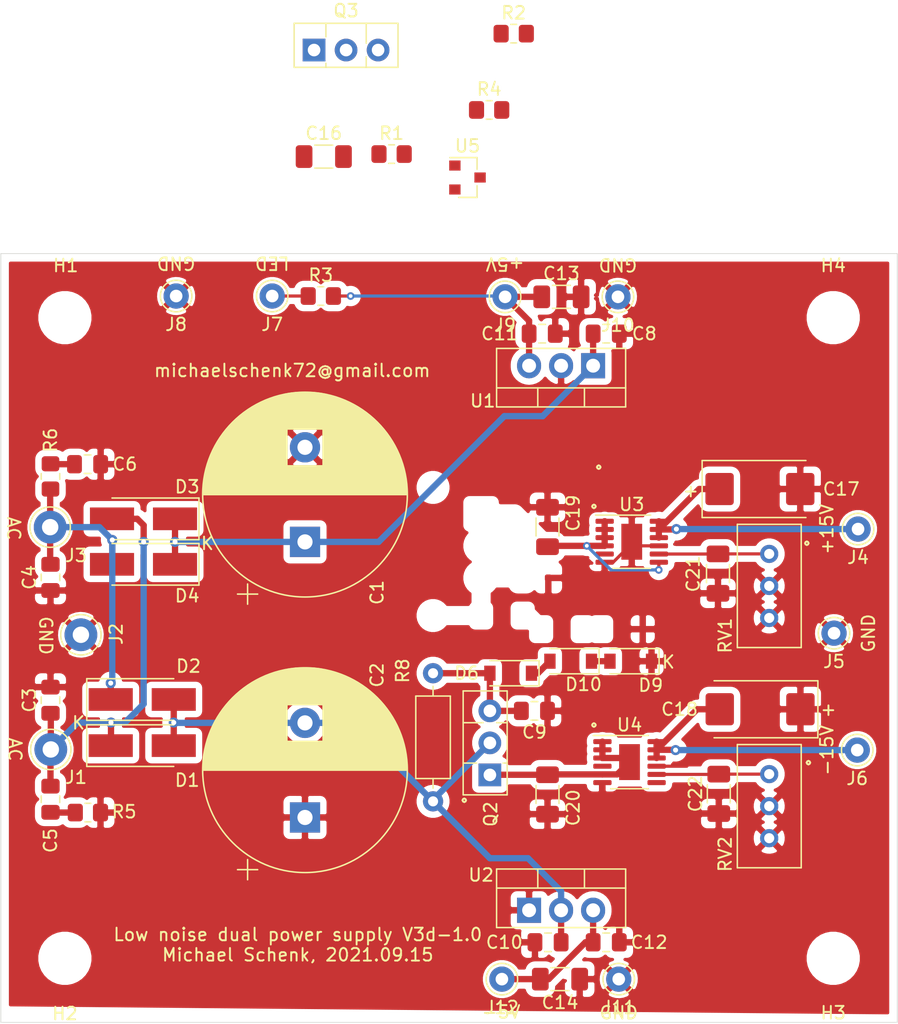
<source format=kicad_pcb>
(kicad_pcb (version 20171130) (host pcbnew "(5.1.10-0-10_14)")
  (layers (0 F.Cu signal) (31 B.Cu signal) (34 B.Paste user) (35 F.Paste user) (36 B.SilkS user) (37 F.SilkS user) (38 B.Mask user) (39 F.Mask user) (44 Edge.Cuts user))
  (net 0 "")
  (net 1 GND)
  (net 2 "Net-(C1-Pad1)")
  (net 3 "Net-(C4-Pad2)")
  (net 4 "Net-(C10-Pad2)")
  (net 5 "Net-(C11-Pad1)")
  (net 6 "Net-(C12-Pad2)")
  (net 7 "Net-(J7-Pad1)")
  (net 8 "Net-(C9-Pad2)")
  (net 9 "Net-(C17-Pad1)")
  (net 10 "Net-(C18-Pad2)")
  (net 11 "Net-(C3-Pad1)")
  (net 12 "Net-(C5-Pad2)")
  (net 13 "Net-(C6-Pad2)")
  (net 14 "Net-(C19-Pad1)")
  (net 15 "Net-(C20-Pad2)")
  (net 16 "Net-(C21-Pad1)")
  (net 17 "Net-(C22-Pad2)")
  (net 18 "Net-(D10-Pad2)")
  (net 19 "Net-(D10-Pad1)")
  (net 20 "Net-(C16-Pad1)")
  (net 21 "Net-(R2-Pad2)")
  (module Package_TO_SOT_SMD:SOT-23 (layer F.Cu) (at 117.0305 21.9075)
    (fp_text reference U5 (at 0 -2.5) (layer F.SilkS))
    (fp_text value TL432DBZ)
    (pad 3 smd rect (at 1 0) (size 0.9 0.8) (layers F.Cu F.Paste F.Mask) (net 1 GND))
    (pad 2 smd rect (at -1 0.95) (size 0.9 0.8) (layers F.Cu F.Paste F.Mask) (net 20 "Net-(C16-Pad1)"))
    (pad 1 smd rect (at -1 -0.95) (size 0.9 0.8) (layers F.Cu F.Paste F.Mask) (net 21 "Net-(R2-Pad2)"))
  )
  (module Resistor_SMD:R_0805_2012Metric_Pad1.20x1.40mm_HandSolder (layer F.Cu) (at 118.749001 16.550001)
    (fp_text reference R4 (at 0 -1.65) (layer F.SilkS))
    (fp_text value 10k)
    (pad 2 smd roundrect (at 1 0) (size 1.2 1.4) (layers F.Cu F.Paste F.Mask) (roundrect_rratio 0.208333) (net 1 GND))
    (pad 1 smd roundrect (at -1 0) (size 1.2 1.4) (layers F.Cu F.Paste F.Mask) (roundrect_rratio 0.208333) (net 21 "Net-(R2-Pad2)"))
  )
  (module Resistor_SMD:R_0805_2012Metric_Pad1.20x1.40mm_HandSolder (layer F.Cu) (at 120.699001 10.500001)
    (fp_text reference R2 (at 0 -1.65) (layer F.SilkS))
    (fp_text value 56.2k)
    (pad 2 smd roundrect (at 1 0) (size 1.2 1.4) (layers F.Cu F.Paste F.Mask) (roundrect_rratio 0.208333) (net 21 "Net-(R2-Pad2)"))
    (pad 1 smd roundrect (at -1 0) (size 1.2 1.4) (layers F.Cu F.Paste F.Mask) (roundrect_rratio 0.208333) (net 14 "Net-(C19-Pad1)"))
  )
  (module Resistor_SMD:R_0805_2012Metric_Pad1.20x1.40mm_HandSolder (layer F.Cu) (at 111.009001 20.050001)
    (fp_text reference R1 (at 0 -1.65) (layer F.SilkS))
    (fp_text value 2.4k)
    (pad 2 smd roundrect (at 1 0) (size 1.2 1.4) (layers F.Cu F.Paste F.Mask) (roundrect_rratio 0.208333) (net 20 "Net-(C16-Pad1)"))
    (pad 1 smd roundrect (at -1 0) (size 1.2 1.4) (layers F.Cu F.Paste F.Mask) (roundrect_rratio 0.208333) (net 2 "Net-(C1-Pad1)"))
  )
  (module Package_TO_SOT_THT:TO-126-3_Vertical (layer F.Cu) (at 104.859001 11.800001)
    (fp_text reference Q3 (at 2.54 -3.12) (layer F.SilkS))
    (fp_text value BD139)
    (pad 3 thru_hole oval (at 5.08 0) (size 1.8 1.8) (drill 1) (layers *.Cu *.Mask) (net 20 "Net-(C16-Pad1)"))
    (pad 2 thru_hole oval (at 2.54 0) (size 1.8 1.8) (drill 1) (layers *.Cu *.Mask) (net 2 "Net-(C1-Pad1)"))
    (pad 1 thru_hole rect (at 0 0) (size 1.8 1.8) (drill 1) (layers *.Cu *.Mask) (net 14 "Net-(C19-Pad1)"))
  )
  (module Capacitor_SMD:C_1206_3216Metric_Pad1.33x1.80mm_HandSolder (layer F.Cu) (at 105.629001 20.250001)
    (fp_text reference C16 (at 0 -1.85) (layer F.SilkS))
    (fp_text value 4.7uF)
    (pad 2 smd roundrect (at 1.5625 0) (size 1.325 1.8) (layers F.Cu F.Paste F.Mask) (roundrect_rratio 0.188679) (net 1 GND))
    (pad 1 smd roundrect (at -1.5625 0) (size 1.325 1.8) (layers F.Cu F.Paste F.Mask) (roundrect_rratio 0.188679) (net 20 "Net-(C16-Pad1)"))
  )
  (module Connector_Pin:Pin_D1.0mm_L10.0mm (layer F.Cu) (at 119.761 85.471)
    (fp_text reference J12 (at 0 2.25) (layer F.SilkS))
    (fp_text value -5V)
    (pad 1 thru_hole circle (at 0 0) (size 2 2) (drill 1) (layers *.Cu *.Mask) (net 6 "Net-(C12-Pad2)"))
  )
  (module Connector_Pin:Pin_D1.0mm_L10.0mm (layer F.Cu) (at 129.032 85.471)
    (fp_text reference J11 (at 0 2.25) (layer F.SilkS))
    (fp_text value GND)
    (pad 1 thru_hole circle (at 0 0) (size 2 2) (drill 1) (layers *.Cu *.Mask) (net 1 GND))
  )
  (module Connector_Pin:Pin_D1.0mm_L10.0mm (layer F.Cu) (at 128.9685 31.369)
    (fp_text reference J10 (at 0 2.25) (layer F.SilkS))
    (fp_text value GND)
    (pad 1 thru_hole circle (at 0 0) (size 2 2) (drill 1) (layers *.Cu *.Mask) (net 1 GND))
  )
  (module Connector_Pin:Pin_D1.0mm_L10.0mm (layer F.Cu) (at 120.015 31.369)
    (fp_text reference J9 (at 0 2.25) (layer F.SilkS))
    (fp_text value +5V)
    (pad 1 thru_hole circle (at 0 0) (size 2 2) (drill 1) (layers *.Cu *.Mask) (net 5 "Net-(C11-Pad1)"))
  )
  (module Connector_Pin:Pin_D1.0mm_L10.0mm (layer F.Cu) (at 93.9165 31.3055)
    (fp_text reference J8 (at 0 2.25) (layer F.SilkS))
    (fp_text value GND)
    (pad 1 thru_hole circle (at 0 0) (size 2 2) (drill 1) (layers *.Cu *.Mask) (net 1 GND))
  )
  (module Connector_Pin:Pin_D1.0mm_L10.0mm (layer F.Cu) (at 101.5365 31.3055)
    (fp_text reference J7 (at 0 2.25) (layer F.SilkS))
    (fp_text value LED)
    (pad 1 thru_hole circle (at 0 0) (size 2 2) (drill 1) (layers *.Cu *.Mask) (net 7 "Net-(J7-Pad1)"))
  )
  (module Connector_Pin:Pin_D1.0mm_L10.0mm (layer F.Cu) (at 147.955 67.31)
    (fp_text reference J6 (at 0 2.25) (layer F.SilkS))
    (fp_text value -15V)
    (pad 1 thru_hole circle (at 0 0) (size 2 2) (drill 1) (layers *.Cu *.Mask) (net 10 "Net-(C18-Pad2)"))
  )
  (module Connector_Pin:Pin_D1.0mm_L10.0mm (layer F.Cu) (at 146.1135 58.039)
    (fp_text reference J5 (at 0 2.25) (layer F.SilkS))
    (fp_text value GND)
    (pad 1 thru_hole circle (at 0 0) (size 2 2) (drill 1) (layers *.Cu *.Mask) (net 1 GND))
  )
  (module Connector_Pin:Pin_D1.0mm_L10.0mm (layer F.Cu) (at 148.0185 49.784)
    (fp_text reference J4 (at 0 2.25) (layer F.SilkS))
    (fp_text value +15V)
    (pad 1 thru_hole circle (at 0 0) (size 2 2) (drill 1) (layers *.Cu *.Mask) (net 9 "Net-(C17-Pad1)"))
  )
  (module Diode_SMD:D_SOD-123 (layer F.Cu) (at 125.221 60.2615 180)
    (fp_text reference D10 (at -1.017 -1.8415) (layer F.SilkS))
    (fp_text value MMSZ5232B/5.6V)
    (pad 2 smd rect (at 1.65 0 180) (size 0.9 1.2) (layers F.Cu F.Paste F.Mask) (net 18 "Net-(D10-Pad2)"))
    (pad 1 smd rect (at -1.65 0 180) (size 0.9 1.2) (layers F.Cu F.Paste F.Mask) (net 19 "Net-(D10-Pad1)"))
  )
  (module Diode_SMD:D_SOD-123 (layer F.Cu) (at 129.9835 60.2615 180)
    (fp_text reference D9 (at -1.5885 -1.905) (layer F.SilkS))
    (fp_text value MMSZ5232B/5.6V)
    (pad 2 smd rect (at 1.65 0 180) (size 0.9 1.2) (layers F.Cu F.Paste F.Mask) (net 19 "Net-(D10-Pad1)"))
    (pad 1 smd rect (at -1.65 0 180) (size 0.9 1.2) (layers F.Cu F.Paste F.Mask) (net 1 GND))
  )
  (module Capacitor_SMD:C_1206_3216Metric_Pad1.33x1.80mm_HandSolder (layer F.Cu) (at 124.3715 85.471 180)
    (fp_text reference C14 (at 0 -1.85) (layer F.SilkS))
    (fp_text value 10uF/25V)
    (pad 2 smd roundrect (at 1.5625 0 180) (size 1.325 1.8) (layers F.Cu F.Paste F.Mask) (roundrect_rratio 0.1886784905660377) (net 6 "Net-(C12-Pad2)"))
    (pad 1 smd roundrect (at -1.5625 0 180) (size 1.325 1.8) (layers F.Cu F.Paste F.Mask) (roundrect_rratio 0.1886784905660377) (net 1 GND))
  )
  (module Capacitor_SMD:C_1206_3216Metric_Pad1.33x1.80mm_HandSolder (layer F.Cu) (at 124.485 31.369)
    (fp_text reference C13 (at 0 -1.85) (layer F.SilkS))
    (fp_text value 10uF/25V)
    (pad 2 smd roundrect (at 1.5625 0) (size 1.325 1.8) (layers F.Cu F.Paste F.Mask) (roundrect_rratio 0.1886784905660377) (net 1 GND))
    (pad 1 smd roundrect (at -1.5625 0) (size 1.325 1.8) (layers F.Cu F.Paste F.Mask) (roundrect_rratio 0.1886784905660377) (net 5 "Net-(C11-Pad1)"))
  )
  (module Capacitor_SMD:C_0805_2012Metric_Pad1.18x1.45mm_HandSolder (layer F.Cu) (at 122.9575 34.29)
    (fp_text reference C11 (at -3.387 0) (layer F.SilkS))
    (fp_text value 100nF)
    (pad 2 smd roundrect (at 1.0375 0) (size 1.175 1.45) (layers F.Cu F.Paste F.Mask) (roundrect_rratio 0.2127659574468085) (net 1 GND))
    (pad 1 smd roundrect (at -1.0375 0) (size 1.175 1.45) (layers F.Cu F.Paste F.Mask) (roundrect_rratio 0.2127659574468085) (net 5 "Net-(C11-Pad1)"))
  )
  (module Resistor_THT:R_Axial_DIN0207_L6.3mm_D2.5mm_P10.16mm_Horizontal (layer F.Cu) (at 114.3 61.214 270)
    (fp_text reference R8 (at -0.1905 2.413 90) (layer F.SilkS))
    (fp_text value 430R/0.6W)
    (pad 2 thru_hole oval (at 10.16 0 270) (size 1.6 1.6) (drill 0.8) (layers *.Cu *.Mask) (net 4 "Net-(C10-Pad2)"))
    (pad 1 thru_hole circle (at 0 0 270) (size 1.6 1.6) (drill 0.8) (layers *.Cu *.Mask) (net 8 "Net-(C9-Pad2)"))
  )
  (module Resistor_SMD:R_0805_2012Metric_Pad1.20x1.40mm_HandSolder (layer F.Cu) (at 83.947 45.609 270)
    (fp_text reference R6 (at -2.8735 0 90) (layer F.SilkS))
    (fp_text value Rs/1/8W)
    (pad 2 smd roundrect (at 1 0 270) (size 1.2 1.4) (layers F.Cu F.Paste F.Mask) (roundrect_rratio 0.2083325) (net 3 "Net-(C4-Pad2)"))
    (pad 1 smd roundrect (at -1 0 270) (size 1.2 1.4) (layers F.Cu F.Paste F.Mask) (roundrect_rratio 0.2083325) (net 13 "Net-(C6-Pad2)"))
  )
  (module Resistor_SMD:R_0805_2012Metric_Pad1.20x1.40mm_HandSolder (layer F.Cu) (at 86.9155 72.263)
    (fp_text reference R5 (at 2.8735 -0.0635) (layer F.SilkS))
    (fp_text value Rs/1/8W)
    (pad 2 smd roundrect (at 1 0) (size 1.2 1.4) (layers F.Cu F.Paste F.Mask) (roundrect_rratio 0.2083325) (net 1 GND))
    (pad 1 smd roundrect (at -1 0) (size 1.2 1.4) (layers F.Cu F.Paste F.Mask) (roundrect_rratio 0.2083325) (net 12 "Net-(C5-Pad2)"))
  )
  (module Package_TO_SOT_THT:TO-126-3_Vertical (layer F.Cu) (at 118.8085 69.2785 90)
    (fp_text reference Q2 (at -3.1115 0.0635 90) (layer F.SilkS))
    (fp_text value BD140)
    (pad 3 thru_hole oval (at 5.08 0 90) (size 1.8 1.8) (drill 1) (layers *.Cu *.Mask) (net 8 "Net-(C9-Pad2)"))
    (pad 2 thru_hole oval (at 2.54 0 90) (size 1.8 1.8) (drill 1) (layers *.Cu *.Mask) (net 4 "Net-(C10-Pad2)"))
    (pad 1 thru_hole rect (at 0 0 90) (size 1.8 1.8) (drill 1) (layers *.Cu *.Mask) (net 15 "Net-(C20-Pad2)"))
  )
  (module Diode_SMD:D_SOD-123 (layer F.Cu) (at 120.4585 61.214 180)
    (fp_text reference D6 (at 3.4915 0) (layer F.SilkS))
    (fp_text value MMSZ5232B/5.6V)
    (pad 2 smd rect (at 1.65 0 180) (size 0.9 1.2) (layers F.Cu F.Paste F.Mask) (net 8 "Net-(C9-Pad2)"))
    (pad 1 smd rect (at -1.65 0 180) (size 0.9 1.2) (layers F.Cu F.Paste F.Mask) (net 18 "Net-(D10-Pad2)"))
  )
  (module Capacitor_SMD:C_1206_3216Metric_Pad1.33x1.80mm_HandSolder (layer F.Cu) (at 136.9695 70.7775 90)
    (fp_text reference C22 (at 0 -1.85 90) (layer F.SilkS))
    (fp_text value 4.7uF/25V)
    (pad 2 smd roundrect (at 1.5625 0 90) (size 1.325 1.8) (layers F.Cu F.Paste F.Mask) (roundrect_rratio 0.1886784905660377) (net 17 "Net-(C22-Pad2)"))
    (pad 1 smd roundrect (at -1.5625 0 90) (size 1.325 1.8) (layers F.Cu F.Paste F.Mask) (roundrect_rratio 0.1886784905660377) (net 1 GND))
  )
  (module Capacitor_SMD:C_1206_3216Metric_Pad1.33x1.80mm_HandSolder (layer F.Cu) (at 136.906 53.315 270)
    (fp_text reference C21 (at 0.025 1.9685 90) (layer F.SilkS))
    (fp_text value 4.7uF/25V)
    (pad 2 smd roundrect (at 1.5625 0 270) (size 1.325 1.8) (layers F.Cu F.Paste F.Mask) (roundrect_rratio 0.1886784905660377) (net 1 GND))
    (pad 1 smd roundrect (at -1.5625 0 270) (size 1.325 1.8) (layers F.Cu F.Paste F.Mask) (roundrect_rratio 0.1886784905660377) (net 16 "Net-(C21-Pad1)"))
  )
  (module Capacitor_SMD:C_1206_3216Metric_Pad1.33x1.80mm_HandSolder (layer F.Cu) (at 123.3805 70.8275 90)
    (fp_text reference C20 (at -1.0545 2.032 90) (layer F.SilkS))
    (fp_text value 4.7uF/25V)
    (pad 2 smd roundrect (at 1.5625 0 90) (size 1.325 1.8) (layers F.Cu F.Paste F.Mask) (roundrect_rratio 0.1886784905660377) (net 15 "Net-(C20-Pad2)"))
    (pad 1 smd roundrect (at -1.5625 0 90) (size 1.325 1.8) (layers F.Cu F.Paste F.Mask) (roundrect_rratio 0.1886784905660377) (net 1 GND))
  )
  (module Capacitor_SMD:C_1206_3216Metric_Pad1.33x1.80mm_HandSolder (layer F.Cu) (at 123.3805 49.6185 90)
    (fp_text reference C19 (at 1.1045 2.032 90) (layer F.SilkS))
    (fp_text value 4.7uF/25V)
    (pad 2 smd roundrect (at 1.5625 0 90) (size 1.325 1.8) (layers F.Cu F.Paste F.Mask) (roundrect_rratio 0.1886784905660377) (net 1 GND))
    (pad 1 smd roundrect (at -1.5625 0 90) (size 1.325 1.8) (layers F.Cu F.Paste F.Mask) (roundrect_rratio 0.1886784905660377) (net 14 "Net-(C19-Pad1)"))
  )
  (module Capacitor_SMD:C_0805_2012Metric_Pad1.18x1.45mm_HandSolder (layer F.Cu) (at 122.343 64.1985 180)
    (fp_text reference C9 (at 0 -1.68) (layer F.SilkS))
    (fp_text value 100nF)
    (pad 2 smd roundrect (at 1.0375 0 180) (size 1.175 1.45) (layers F.Cu F.Paste F.Mask) (roundrect_rratio 0.2127659574468085) (net 8 "Net-(C9-Pad2)"))
    (pad 1 smd roundrect (at -1.0375 0 180) (size 1.175 1.45) (layers F.Cu F.Paste F.Mask) (roundrect_rratio 0.2127659574468085) (net 1 GND))
  )
  (module Capacitor_SMD:C_0805_2012Metric_Pad1.18x1.45mm_HandSolder (layer F.Cu) (at 86.8895 44.6405 180)
    (fp_text reference C6 (at -2.963 0) (layer F.SilkS))
    (fp_text value Cs/50V)
    (pad 2 smd roundrect (at 1.0375 0 180) (size 1.175 1.45) (layers F.Cu F.Paste F.Mask) (roundrect_rratio 0.2127659574468085) (net 13 "Net-(C6-Pad2)"))
    (pad 1 smd roundrect (at -1.0375 0 180) (size 1.175 1.45) (layers F.Cu F.Paste F.Mask) (roundrect_rratio 0.2127659574468085) (net 1 GND))
  )
  (module Capacitor_SMD:C_0805_2012Metric_Pad1.18x1.45mm_HandSolder (layer F.Cu) (at 83.947 71.205 270)
    (fp_text reference C5 (at 3.2805 0 90) (layer F.SilkS))
    (fp_text value Cs/50V)
    (pad 2 smd roundrect (at 1.0375 0 270) (size 1.175 1.45) (layers F.Cu F.Paste F.Mask) (roundrect_rratio 0.2127659574468085) (net 12 "Net-(C5-Pad2)"))
    (pad 1 smd roundrect (at -1.0375 0 270) (size 1.175 1.45) (layers F.Cu F.Paste F.Mask) (roundrect_rratio 0.2127659574468085) (net 11 "Net-(C3-Pad1)"))
  )
  (module Capacitor_SMD:C_0805_2012Metric_Pad1.18x1.45mm_HandSolder (layer F.Cu) (at 83.947 53.6155 90)
    (fp_text reference C4 (at 0 -1.68 90) (layer F.SilkS))
    (fp_text value Cx/10nF/50V)
    (pad 2 smd roundrect (at 1.0375 0 90) (size 1.175 1.45) (layers F.Cu F.Paste F.Mask) (roundrect_rratio 0.2127659574468085) (net 3 "Net-(C4-Pad2)"))
    (pad 1 smd roundrect (at -1.0375 0 90) (size 1.175 1.45) (layers F.Cu F.Paste F.Mask) (roundrect_rratio 0.2127659574468085) (net 1 GND))
  )
  (module Capacitor_SMD:C_0805_2012Metric_Pad1.18x1.45mm_HandSolder (layer F.Cu) (at 83.947 63.3515 90)
    (fp_text reference C3 (at 0 -1.68 90) (layer F.SilkS))
    (fp_text value Cx/10nF/50V)
    (pad 2 smd roundrect (at 1.0375 0 90) (size 1.175 1.45) (layers F.Cu F.Paste F.Mask) (roundrect_rratio 0.2127659574468085) (net 1 GND))
    (pad 1 smd roundrect (at -1.0375 0 90) (size 1.175 1.45) (layers F.Cu F.Paste F.Mask) (roundrect_rratio 0.2127659574468085) (net 11 "Net-(C3-Pad1)"))
  )
  (module Capacitor_Tantalum_SMD:CP_EIA-7343-31_Kemet-D_Pad2.25x2.55mm_HandSolder (layer F.Cu) (at 140.2465 64.0715 180)
    (fp_text reference C18 (at 6.3885 0) (layer F.SilkS))
    (fp_text value 33uF)
    (pad 2 smd roundrect (at 3.2 0 180) (size 2.25 2.55) (layers F.Cu F.Paste F.Mask) (roundrect_rratio 0.1111106666666667) (net 10 "Net-(C18-Pad2)"))
    (pad 1 smd roundrect (at -3.2 0 180) (size 2.25 2.55) (layers F.Cu F.Paste F.Mask) (roundrect_rratio 0.1111106666666667) (net 1 GND))
  )
  (module Capacitor_Tantalum_SMD:CP_EIA-7343-31_Kemet-D_Pad2.25x2.55mm_HandSolder (layer F.Cu) (at 140.233 46.609)
    (fp_text reference C17 (at 6.452 0) (layer F.SilkS))
    (fp_text value 33uF)
    (pad 2 smd roundrect (at 3.2 0) (size 2.25 2.55) (layers F.Cu F.Paste F.Mask) (roundrect_rratio 0.1111106666666667) (net 1 GND))
    (pad 1 smd roundrect (at -3.2 0) (size 2.25 2.55) (layers F.Cu F.Paste F.Mask) (roundrect_rratio 0.1111106666666667) (net 9 "Net-(C17-Pad1)"))
  )
  (module Package_TO_SOT_THT:TO-220-3_Vertical (layer F.Cu) (at 121.92 80.01)
    (fp_text reference U2 (at -3.81 -2.794) (layer F.SilkS))
    (fp_text value LM7905_TO220)
    (pad 3 thru_hole oval (at 5.08 0) (size 1.905 2) (drill 1.1) (layers *.Cu *.Mask) (net 6 "Net-(C12-Pad2)"))
    (pad 2 thru_hole oval (at 2.54 0) (size 1.905 2) (drill 1.1) (layers *.Cu *.Mask) (net 4 "Net-(C10-Pad2)"))
    (pad 1 thru_hole rect (at 0 0) (size 1.905 2) (drill 1.1) (layers *.Cu *.Mask) (net 1 GND))
  )
  (module Package_TO_SOT_THT:TO-220-3_Vertical (layer F.Cu) (at 127 36.83 180)
    (fp_text reference U1 (at 8.763 -2.794) (layer F.SilkS))
    (fp_text value LM7805_TO220)
    (pad 3 thru_hole oval (at 5.08 0 180) (size 1.905 2) (drill 1.1) (layers *.Cu *.Mask) (net 5 "Net-(C11-Pad1)"))
    (pad 2 thru_hole oval (at 2.54 0 180) (size 1.905 2) (drill 1.1) (layers *.Cu *.Mask) (net 1 GND))
    (pad 1 thru_hole rect (at 0 0 180) (size 1.905 2) (drill 1.1) (layers *.Cu *.Mask) (net 2 "Net-(C1-Pad1)"))
  )
  (module Diode_SMD:D_SMA_Handsoldering (layer F.Cu) (at 91.3276 52.578 180)
    (fp_text reference D4 (at -3.4652 -2.5) (layer F.SilkS))
    (fp_text value BYG20D)
    (pad 2 smd rect (at 2.5 0 180) (size 3.5 1.8) (layers F.Cu F.Paste F.Mask) (net 3 "Net-(C4-Pad2)"))
    (pad 1 smd rect (at -2.5 0 180) (size 3.5 1.8) (layers F.Cu F.Paste F.Mask) (net 2 "Net-(C1-Pad1)"))
  )
  (module Diode_SMD:D_SMA_Handsoldering (layer F.Cu) (at 91.3276 48.9712 180)
    (fp_text reference D3 (at -3.4652 2.54) (layer F.SilkS))
    (fp_text value BYG20D)
    (pad 2 smd rect (at 2.5 0 180) (size 3.5 1.8) (layers F.Cu F.Paste F.Mask) (net 11 "Net-(C3-Pad1)"))
    (pad 1 smd rect (at -2.5 0 180) (size 3.5 1.8) (layers F.Cu F.Paste F.Mask) (net 2 "Net-(C1-Pad1)"))
  )
  (module Diode_SMD:D_SMA_Handsoldering (layer F.Cu) (at 91.226 63.2968)
    (fp_text reference D2 (at 3.6684 -2.6416) (layer F.SilkS))
    (fp_text value BYG20D)
    (pad 2 smd rect (at 2.5 0) (size 3.5 1.8) (layers F.Cu F.Paste F.Mask) (net 4 "Net-(C10-Pad2)"))
    (pad 1 smd rect (at -2.5 0) (size 3.5 1.8) (layers F.Cu F.Paste F.Mask) (net 3 "Net-(C4-Pad2)"))
  )
  (module Diode_SMD:D_SMA_Handsoldering (layer F.Cu) (at 91.226 66.9544)
    (fp_text reference D1 (at 3.5668 2.7432) (layer F.SilkS))
    (fp_text value BYG20D)
    (pad 2 smd rect (at 2.5 0) (size 3.5 1.8) (layers F.Cu F.Paste F.Mask) (net 4 "Net-(C10-Pad2)"))
    (pad 1 smd rect (at -2.5 0) (size 3.5 1.8) (layers F.Cu F.Paste F.Mask) (net 11 "Net-(C3-Pad1)"))
  )
  (module Package_SO:MSOP-12-1EP_3x4mm_P0.65mm_EP1.65x2.85mm (layer F.Cu) (at 129.8866 68.2619)
    (fp_text reference U4 (at 0 -2.95) (layer F.SilkS))
    (fp_text value LT3094xMSE)
    (pad 13 smd rect (at 0 0) (size 1.65 2.85) (layers F.Cu F.Mask) (net 15 "Net-(C20-Pad2)"))
    (pad 12 smd roundrect (at 2.15 -1.625) (size 1.45 0.4) (layers F.Cu F.Paste F.Mask) (net 10 "Net-(C18-Pad2)"))
    (pad 11 smd roundrect (at 2.15 -0.975) (size 1.45 0.4) (layers F.Cu F.Paste F.Mask) (net 10 "Net-(C18-Pad2)"))
    (pad 10 smd roundrect (at 2.15 -0.325) (size 1.45 0.4) (layers F.Cu F.Paste F.Mask) (net 10 "Net-(C18-Pad2)"))
    (pad 9 smd roundrect (at 2.15 0.325) (size 1.45 0.4) (layers F.Cu F.Paste F.Mask) (net 1 GND))
    (pad 8 smd roundrect (at 2.15 0.975) (size 1.45 0.4) (layers F.Cu F.Paste F.Mask) (net 17 "Net-(C22-Pad2)"))
    (pad 7 smd roundrect (at 2.15 1.625) (size 1.45 0.4) (layers F.Cu F.Paste F.Mask))
    (pad 6 smd roundrect (at -2.15 1.625) (size 1.45 0.4) (layers F.Cu F.Paste F.Mask) (net 1 GND))
    (pad 5 smd roundrect (at -2.15 0.975) (size 1.45 0.4) (layers F.Cu F.Paste F.Mask) (net 15 "Net-(C20-Pad2)"))
    (pad 4 smd roundrect (at -2.15 0.325) (size 1.45 0.4) (layers F.Cu F.Paste F.Mask))
    (pad 3 smd roundrect (at -2.15 -0.325) (size 1.45 0.4) (layers F.Cu F.Paste F.Mask) (net 15 "Net-(C20-Pad2)"))
    (pad 2 smd roundrect (at -2.15 -0.975) (size 1.45 0.4) (layers F.Cu F.Paste F.Mask) (net 15 "Net-(C20-Pad2)"))
    (pad 1 smd roundrect (at -2.15 -1.625) (size 1.45 0.4) (layers F.Cu F.Paste F.Mask) (net 15 "Net-(C20-Pad2)"))
  )
  (module Capacitor_THT:CP_Radial_D16.0mm_P7.50mm (layer F.Cu) (at 104.14 72.651 90)
    (fp_text reference C2 (at 11.2846 5.715 90) (layer F.SilkS))
    (fp_text value 2200uF)
    (pad 2 thru_hole circle (at 7.5 0 90) (size 2.4 2.4) (drill 1.2) (layers *.Cu *.Mask) (net 4 "Net-(C10-Pad2)"))
    (pad 1 thru_hole rect (at 0 0 90) (size 2.4 2.4) (drill 1.2) (layers *.Cu *.Mask) (net 1 GND))
  )
  (module Capacitor_THT:CP_Radial_D16.0mm_P7.50mm (layer F.Cu) (at 104.14 50.8 90)
    (fp_text reference C1 (at -4.0132 5.715 90) (layer F.SilkS))
    (fp_text value 2200uF)
    (pad 2 thru_hole circle (at 7.5 0 90) (size 2.4 2.4) (drill 1.2) (layers *.Cu *.Mask) (net 1 GND))
    (pad 1 thru_hole rect (at 0 0 90) (size 2.4 2.4) (drill 1.2) (layers *.Cu *.Mask) (net 2 "Net-(C1-Pad1)"))
  )
  (module Resistor_SMD:R_0805_2012Metric_Pad1.20x1.40mm_HandSolder (layer F.Cu) (at 105.394 31.3055)
    (fp_text reference R3 (at 0 -1.65) (layer F.SilkS))
    (fp_text value 240R)
    (pad 2 smd roundrect (at 1 0) (size 1.2 1.4) (layers F.Cu F.Paste F.Mask) (roundrect_rratio 0.2083325) (net 5 "Net-(C11-Pad1)"))
    (pad 1 smd roundrect (at -1 0) (size 1.2 1.4) (layers F.Cu F.Paste F.Mask) (roundrect_rratio 0.2083325) (net 7 "Net-(J7-Pad1)"))
  )
  (module Capacitor_SMD:C_0805_2012Metric_Pad1.18x1.45mm_HandSolder (layer F.Cu) (at 128.0375 82.55 180)
    (fp_text reference C12 (at -3.4075 0) (layer F.SilkS))
    (fp_text value 100nF)
    (pad 2 smd roundrect (at 1.0375 0 180) (size 1.175 1.45) (layers F.Cu F.Paste F.Mask) (roundrect_rratio 0.2127659574468085) (net 6 "Net-(C12-Pad2)"))
    (pad 1 smd roundrect (at -1.0375 0 180) (size 1.175 1.45) (layers F.Cu F.Paste F.Mask) (roundrect_rratio 0.2127659574468085) (net 1 GND))
  )
  (module Capacitor_SMD:C_0805_2012Metric_Pad1.18x1.45mm_HandSolder (layer F.Cu) (at 123.4225 82.55)
    (fp_text reference C10 (at -3.471 0) (layer F.SilkS))
    (fp_text value 330nF)
    (pad 2 smd roundrect (at 1.0375 0) (size 1.175 1.45) (layers F.Cu F.Paste F.Mask) (roundrect_rratio 0.2127659574468085) (net 4 "Net-(C10-Pad2)"))
    (pad 1 smd roundrect (at -1.0375 0) (size 1.175 1.45) (layers F.Cu F.Paste F.Mask) (roundrect_rratio 0.2127659574468085) (net 1 GND))
  )
  (module Capacitor_SMD:C_0805_2012Metric_Pad1.18x1.45mm_HandSolder (layer F.Cu) (at 128.0375 34.29)
    (fp_text reference C8 (at 3.0265 0) (layer F.SilkS))
    (fp_text value 330nF)
    (pad 2 smd roundrect (at 1.0375 0) (size 1.175 1.45) (layers F.Cu F.Paste F.Mask) (roundrect_rratio 0.2127659574468085) (net 1 GND))
    (pad 1 smd roundrect (at -1.0375 0) (size 1.175 1.45) (layers F.Cu F.Paste F.Mask) (roundrect_rratio 0.2127659574468085) (net 2 "Net-(C1-Pad1)"))
  )
  (module Potentiometer_THT:Potentiometer_Bourns_3296W_Vertical (layer F.Cu) (at 140.97 69.215 90)
    (fp_text reference RV2 (at -6.35 -3.4925 90) (layer F.SilkS))
    (fp_text value 200k)
    (pad 3 thru_hole circle (at -5.08 0 90) (size 1.44 1.44) (drill 0.8) (layers *.Cu *.Mask) (net 1 GND))
    (pad 2 thru_hole circle (at -2.54 0 90) (size 1.44 1.44) (drill 0.8) (layers *.Cu *.Mask) (net 1 GND))
    (pad 1 thru_hole circle (at 0 0 90) (size 1.44 1.44) (drill 0.8) (layers *.Cu *.Mask) (net 17 "Net-(C22-Pad2)"))
  )
  (module Package_SO:MSOP-12-1EP_3x4mm_P0.65mm_EP1.65x2.85mm (layer F.Cu) (at 130.0644 50.7879)
    (fp_text reference U3 (at 0 -2.95) (layer F.SilkS))
    (fp_text value LT3045xMSE)
    (pad 13 smd rect (at 0 0) (size 1.65 2.85) (layers F.Cu F.Mask) (net 1 GND))
    (pad 12 smd roundrect (at 2.15 -1.625) (size 1.45 0.4) (layers F.Cu F.Paste F.Mask) (net 9 "Net-(C17-Pad1)"))
    (pad 11 smd roundrect (at 2.15 -0.975) (size 1.45 0.4) (layers F.Cu F.Paste F.Mask) (net 9 "Net-(C17-Pad1)"))
    (pad 10 smd roundrect (at 2.15 -0.325) (size 1.45 0.4) (layers F.Cu F.Paste F.Mask) (net 9 "Net-(C17-Pad1)"))
    (pad 9 smd roundrect (at 2.15 0.325) (size 1.45 0.4) (layers F.Cu F.Paste F.Mask) (net 1 GND))
    (pad 8 smd roundrect (at 2.15 0.975) (size 1.45 0.4) (layers F.Cu F.Paste F.Mask) (net 16 "Net-(C21-Pad1)"))
    (pad 7 smd roundrect (at 2.15 1.625) (size 1.45 0.4) (layers F.Cu F.Paste F.Mask) (net 14 "Net-(C19-Pad1)"))
    (pad 6 smd roundrect (at -2.15 1.625) (size 1.45 0.4) (layers F.Cu F.Paste F.Mask) (net 1 GND))
    (pad 5 smd roundrect (at -2.15 0.975) (size 1.45 0.4) (layers F.Cu F.Paste F.Mask))
    (pad 4 smd roundrect (at -2.15 0.325) (size 1.45 0.4) (layers F.Cu F.Paste F.Mask) (net 14 "Net-(C19-Pad1)"))
    (pad 3 smd roundrect (at -2.15 -0.325) (size 1.45 0.4) (layers F.Cu F.Paste F.Mask) (net 14 "Net-(C19-Pad1)"))
    (pad 2 smd roundrect (at -2.15 -0.975) (size 1.45 0.4) (layers F.Cu F.Paste F.Mask) (net 14 "Net-(C19-Pad1)"))
    (pad 1 smd roundrect (at -2.15 -1.625) (size 1.45 0.4) (layers F.Cu F.Paste F.Mask) (net 14 "Net-(C19-Pad1)"))
  )
  (module Potentiometer_THT:Potentiometer_Bourns_3296W_Vertical (layer F.Cu) (at 140.97 51.7525 90)
    (fp_text reference RV1 (at -6.477 -3.4925 90) (layer F.SilkS))
    (fp_text value 200k)
    (pad 3 thru_hole circle (at -5.08 0 90) (size 1.44 1.44) (drill 0.8) (layers *.Cu *.Mask) (net 1 GND))
    (pad 2 thru_hole circle (at -2.54 0 90) (size 1.44 1.44) (drill 0.8) (layers *.Cu *.Mask) (net 1 GND))
    (pad 1 thru_hole circle (at 0 0 90) (size 1.44 1.44) (drill 0.8) (layers *.Cu *.Mask) (net 16 "Net-(C21-Pad1)"))
  )
  (module Connector_Pin:Pin_D1.3mm_L11.0mm (layer F.Cu) (at 83.9216 49.6316)
    (fp_text reference J3 (at 2.0574 2.2479 180) (layer F.SilkS))
    (fp_text value AC)
    (pad 1 thru_hole circle (at 0 0) (size 2.6 2.6) (drill 1.3) (layers *.Cu *.Mask) (net 3 "Net-(C4-Pad2)"))
  )
  (module Connector_Pin:Pin_D1.3mm_L11.0mm (layer F.Cu) (at 86.36 58.166)
    (fp_text reference J2 (at 2.794 -0.0635 270) (layer F.SilkS))
    (fp_text value GND)
    (pad 1 thru_hole circle (at 0 0) (size 2.6 2.6) (drill 1.3) (layers *.Cu *.Mask) (net 1 GND))
  )
  (module Connector_Pin:Pin_D1.3mm_L11.0mm (layer F.Cu) (at 83.9724 67.2592)
    (fp_text reference J1 (at 2.0066 2.2098) (layer F.SilkS))
    (fp_text value AC)
    (pad 1 thru_hole circle (at 0 0) (size 2.6 2.6) (drill 1.3) (layers *.Cu *.Mask) (net 11 "Net-(C3-Pad1)"))
  )
  (module MountingHole:MountingHole_3.2mm_M3 (layer F.Cu) (at 146.05 33.02)
    (fp_text reference H4 (at 0 -4.1275) (layer F.SilkS))
    (fp_text value MountingHole)
    (pad 1 np_thru_hole circle (at 0 0) (size 3.2 3.2) (drill 3.2) (layers *.Cu *.Mask))
  )
  (module MountingHole:MountingHole_3.2mm_M3 (layer F.Cu) (at 146.05 83.82)
    (fp_text reference H3 (at 0 4.318) (layer F.SilkS))
    (fp_text value MountingHole)
    (pad 1 np_thru_hole circle (at 0 0) (size 3.2 3.2) (drill 3.2) (layers *.Cu *.Mask))
  )
  (module MountingHole:MountingHole_3.2mm_M3 (layer F.Cu) (at 85.09 83.82)
    (fp_text reference H2 (at 0 4.3815) (layer F.SilkS))
    (fp_text value MountingHole)
    (pad 1 np_thru_hole circle (at 0 0) (size 3.2 3.2) (drill 3.2) (layers *.Cu *.Mask))
  )
  (module MountingHole:MountingHole_3.2mm_M3 (layer F.Cu) (at 85.09 33.02)
    (fp_text reference H1 (at 0.0635 -4.1275) (layer F.SilkS))
    (fp_text value MountingHole)
    (pad 1 np_thru_hole circle (at 0 0) (size 3.2 3.2) (drill 3.2) (layers *.Cu *.Mask))
  )
  (gr_text ° (at 116.7765 71.6915) (layer F.SilkS) (effects (font (size 1 1))))
  (gr_text ° (at 127.4445 45.2755) (layer F.SilkS) (effects (font (size 1 1))))
  (gr_text + (at 145.669 64.0715) (layer F.SilkS) (effects (font (size 1 1))))
  (gr_text + (at 134.747 46.736) (layer F.SilkS) (effects (font (size 1 1))))
  (gr_text ° (at 144.0815 68.707) (layer F.SilkS) (effects (font (size 1 1))))
  (gr_text ° (at 143.9545 51.308) (layer F.SilkS) (effects (font (size 1 1))))
  (gr_text ° (at 127.0635 65.7225) (layer F.SilkS) (effects (font (size 1 1))))
  (gr_text ° (at 127.0635 48.387) (layer F.SilkS) (effects (font (size 1 1))))
  (gr_text K (at 132.969 60.325) (layer F.SilkS) (effects (font (size 1 1))))
  (gr_text K (at 86.1695 65.151) (layer F.SilkS) (effects (font (size 1 1))))
  (gr_text K (at 96.393 50.927) (layer F.SilkS) (effects (font (size 1 1))))
  (gr_text "Low noise dual power supply V3d-1.0\nMichael Schenk, 2021.09.15" (at 103.5685 82.7405) (layer F.SilkS) (effects (font (size 1 1))))
  (gr_text GND (at 128.9685 28.829 180) (layer F.SilkS) (effects (font (size 1 1))))
  (gr_text +5V (at 120.015 28.7655 180) (layer F.SilkS) (effects (font (size 1 1))))
  (gr_text -5V (at 119.6975 88.0745) (layer F.SilkS) (effects (font (size 1 1))))
  (gr_text GND (at 129.032 88.138) (layer F.SilkS) (effects (font (size 1 1))))
  (gr_text GND (at 93.9165 28.702 180) (layer F.SilkS) (effects (font (size 1 1))))
  (gr_text LED (at 101.5365 28.702 180) (layer F.SilkS) (effects (font (size 1 1))))
  (gr_line (start 80.01 27.94) (end 80.01 88.9) (layer Edge.Cuts) (width 0.05))
  (gr_line (start 151.13 27.94) (end 80.01 27.94) (layer Edge.Cuts) (width 0.05))
  (gr_line (start 151.13 88.9) (end 151.13 27.94) (layer Edge.Cuts) (width 0.05))
  (gr_line (start 80.01 88.9) (end 151.13 88.9) (layer Edge.Cuts) (width 0.05))
  (gr_text michaelschenk72@gmail.com (at 103.124 37.211) (layer F.SilkS) (effects (font (size 1 1))))
  (gr_text GND (at 83.566 58.2295 270) (layer F.SilkS) (effects (font (size 1 1))))
  (gr_text AC (at 81.1276 67.2592 270) (layer F.SilkS) (effects (font (size 1 1))))
  (gr_text AC (at 81.026 49.7332 270) (layer F.SilkS) (effects (font (size 1 1))))
  (gr_text -15V (at 145.542 67.31 90) (layer F.SilkS) (effects (font (size 1 1))))
  (gr_text GND (at 148.844 58.039 90) (layer F.SilkS) (effects (font (size 1 1))))
  (gr_text +15V (at 145.542 49.784 90) (layer F.SilkS) (effects (font (size 1 1))))
  (segment (start 130.0644 50.9879) (end 130.0644 50.7879) (width 0.25) (layer F.Cu) (net 1))
  (segment (start 130.3894 51.1129) (end 130.0644 50.7879) (width 0.25) (layer F.Cu) (net 1))
  (segment (start 132.2144 51.1129) (end 130.3894 51.1129) (width 0.25) (layer F.Cu) (net 1))
  (segment (start 130.0644 50.938958) (end 130.0644 50.7879) (width 0.25) (layer F.Cu) (net 1))
  (segment (start 128.590458 52.4129) (end 130.0644 50.938958) (width 0.25) (layer F.Cu) (net 1))
  (segment (start 127.9144 52.4129) (end 128.590458 52.4129) (width 0.25) (layer F.Cu) (net 1))
  (segment (start 127.7112 69.96231) (end 127.7366 69.93691) (width 0.5) (layer F.Cu) (net 1))
  (segment (start 132.0805 68.6308) (end 132.0366 68.5869) (width 0.25) (layer F.Cu) (net 1))
  (segment (start 127.7112 71.0692) (end 127.7112 69.96231) (width 0.5) (layer F.Cu) (net 1))
  (segment (start 132.0366 68.5869) (end 134.4226 68.5869) (width 0.25) (layer F.Cu) (net 1))
  (segment (start 134.4226 68.5869) (end 136.5885 66.421) (width 0.25) (layer F.Cu) (net 1))
  (segment (start 93.8276 52.244) (end 93.7984 52.2732) (width 0.5) (layer F.Cu) (net 2))
  (via (at 93.8276 50.8) (size 0.8) (drill 0.4) (layers F.Cu B.Cu) (net 2))
  (segment (start 93.8276 50.8) (end 93.8276 48.9712) (width 0.5) (layer F.Cu) (net 2))
  (segment (start 93.8276 50.8) (end 93.8276 52.578) (width 0.5) (layer F.Cu) (net 2))
  (segment (start 109.982 50.8) (end 114.3 46.482) (width 0.5) (layer B.Cu) (net 2))
  (segment (start 104.14 50.8) (end 109.982 50.8) (width 0.5) (layer B.Cu) (net 2))
  (segment (start 127 36.83) (end 127 34.29) (width 0.5) (layer F.Cu) (net 2))
  (segment (start 114.3 46.482) (end 119.9515 40.8305) (width 0.5) (layer B.Cu) (net 2))
  (segment (start 122.9995 40.8305) (end 127 36.83) (width 0.5) (layer B.Cu) (net 2))
  (segment (start 119.9515 40.8305) (end 122.9995 40.8305) (width 0.5) (layer B.Cu) (net 2))
  (segment (start 104.14 50.8) (end 93.8276 50.8) (width 0.5) (layer B.Cu) (net 2))
  (segment (start 88.726 63.2968) (end 88.726 61.9976) (width 0.5) (layer F.Cu) (net 3))
  (segment (start 87.8332 49.6316) (end 88.8492 50.6476) (width 0.5) (layer B.Cu) (net 3))
  (via (at 88.8492 50.6476) (size 0.8) (drill 0.4) (layers F.Cu B.Cu) (net 3))
  (segment (start 83.9216 49.6316) (end 87.8332 49.6316) (width 0.5) (layer B.Cu) (net 3))
  (segment (start 88.8492 52.5564) (end 88.8276 52.578) (width 0.5) (layer F.Cu) (net 3))
  (segment (start 88.8492 50.6476) (end 88.8492 52.5564) (width 0.5) (layer F.Cu) (net 3))
  (via (at 88.726 61.9976) (size 0.8) (drill 0.4) (layers F.Cu B.Cu) (net 3))
  (segment (start 88.8492 61.8744) (end 88.726 61.9976) (width 0.5) (layer B.Cu) (net 3))
  (segment (start 88.8492 50.6476) (end 88.8492 61.8744) (width 0.5) (layer B.Cu) (net 3))
  (segment (start 83.9216 52.5526) (end 83.947 52.578) (width 0.5) (layer F.Cu) (net 3))
  (segment (start 83.9216 49.6316) (end 83.9216 52.5526) (width 0.5) (layer F.Cu) (net 3))
  (segment (start 83.9216 46.6344) (end 83.947 46.609) (width 0.5) (layer F.Cu) (net 3))
  (segment (start 83.9216 49.6316) (end 83.9216 46.6344) (width 0.5) (layer F.Cu) (net 3))
  (via (at 93.726 65.1256) (size 0.8) (drill 0.4) (layers F.Cu B.Cu) (net 4))
  (segment (start 93.726 65.1256) (end 93.726 63.2968) (width 0.5) (layer F.Cu) (net 4))
  (segment (start 93.726 65.1256) (end 93.726 66.9544) (width 0.5) (layer F.Cu) (net 4))
  (segment (start 124.46 82.55) (end 124.46 80.01) (width 0.5) (layer F.Cu) (net 4))
  (segment (start 108.077 65.151) (end 114.3 71.374) (width 0.5) (layer B.Cu) (net 4))
  (segment (start 104.14 65.151) (end 108.077 65.151) (width 0.5) (layer B.Cu) (net 4))
  (segment (start 114.3 71.247) (end 114.3 71.374) (width 0.5) (layer B.Cu) (net 4))
  (segment (start 118.8085 66.7385) (end 114.3 71.247) (width 0.5) (layer B.Cu) (net 4))
  (segment (start 114.3 71.374) (end 118.8085 75.8825) (width 0.5) (layer B.Cu) (net 4))
  (segment (start 124.46 78.51) (end 124.46 80.01) (width 0.5) (layer B.Cu) (net 4))
  (segment (start 121.8325 75.8825) (end 124.46 78.51) (width 0.5) (layer B.Cu) (net 4))
  (segment (start 118.8085 75.8825) (end 121.8325 75.8825) (width 0.5) (layer B.Cu) (net 4))
  (segment (start 93.7514 65.151) (end 93.726 65.1256) (width 0.5) (layer B.Cu) (net 4))
  (segment (start 104.14 65.151) (end 93.7514 65.151) (width 0.5) (layer B.Cu) (net 4))
  (via (at 107.7595 31.3055) (size 0.6) (drill 0.3) (layers F.Cu B.Cu) (net 5))
  (segment (start 106.394 31.3055) (end 107.7595 31.3055) (width 0.25) (layer F.Cu) (net 5))
  (segment (start 119.9515 31.3055) (end 120.015 31.369) (width 0.25) (layer B.Cu) (net 5))
  (segment (start 107.7595 31.3055) (end 119.9515 31.3055) (width 0.25) (layer B.Cu) (net 5))
  (segment (start 121.92 36.83) (end 121.92 34.29) (width 0.5) (layer F.Cu) (net 5))
  (segment (start 120.015 31.369) (end 122.9225 31.369) (width 0.5) (layer F.Cu) (net 5))
  (segment (start 121.92 34.29) (end 121.92 33.274) (width 0.5) (layer F.Cu) (net 5))
  (segment (start 121.92 33.274) (end 120.015 31.369) (width 0.5) (layer F.Cu) (net 5))
  (segment (start 127 82.55) (end 127 80.01) (width 0.5) (layer F.Cu) (net 6))
  (segment (start 126.3925 82.55) (end 127 82.55) (width 0.5) (layer F.Cu) (net 6))
  (segment (start 123.4715 85.471) (end 126.3925 82.55) (width 0.5) (layer F.Cu) (net 6))
  (segment (start 122.809 85.471) (end 123.4715 85.471) (width 0.5) (layer F.Cu) (net 6))
  (segment (start 122.809 85.471) (end 119.761 85.471) (width 0.5) (layer F.Cu) (net 6))
  (segment (start 104.394 31.3055) (end 101.5365 31.3055) (width 0.25) (layer F.Cu) (net 7))
  (segment (start 114.3 61.214) (end 118.8085 61.214) (width 0.5) (layer F.Cu) (net 8))
  (segment (start 118.8085 61.214) (end 118.8085 64.1985) (width 0.5) (layer F.Cu) (net 8))
  (segment (start 118.8085 64.1985) (end 121.3055 64.1985) (width 0.5) (layer F.Cu) (net 8))
  (segment (start 132.2144 49.1629) (end 132.2144 50.4629) (width 0.5) (layer F.Cu) (net 9))
  (segment (start 147.9931 49.8094) (end 148.0185 49.784) (width 0.5) (layer B.Cu) (net 9))
  (segment (start 135.4183 46.609) (end 132.2144 49.8129) (width 0.5) (layer F.Cu) (net 9))
  (segment (start 137.033 46.609) (end 135.4183 46.609) (width 0.5) (layer F.Cu) (net 9))
  (via (at 133.604 49.784) (size 0.8) (drill 0.4) (layers F.Cu B.Cu) (net 9))
  (segment (start 133.5751 49.8129) (end 133.604 49.784) (width 0.5) (layer F.Cu) (net 9))
  (segment (start 132.2144 49.8129) (end 133.5751 49.8129) (width 0.5) (layer F.Cu) (net 9))
  (segment (start 133.604 49.784) (end 148.0185 49.784) (width 0.5) (layer B.Cu) (net 9))
  (segment (start 132.0385 67.285) (end 132.0366 67.2869) (width 0.5) (layer F.Cu) (net 10))
  (segment (start 132.0366 66.6369) (end 132.0366 67.9369) (width 0.5) (layer F.Cu) (net 10))
  (segment (start 147.9296 67.2846) (end 147.955 67.31) (width 0.5) (layer B.Cu) (net 10))
  (segment (start 135.252 64.0715) (end 132.0366 67.2869) (width 0.5) (layer F.Cu) (net 10))
  (segment (start 137.0465 64.0715) (end 135.252 64.0715) (width 0.5) (layer F.Cu) (net 10))
  (via (at 133.5405 67.31) (size 0.8) (drill 0.4) (layers F.Cu B.Cu) (net 10))
  (segment (start 133.5174 67.2869) (end 133.5405 67.31) (width 0.5) (layer F.Cu) (net 10))
  (segment (start 132.0366 67.2869) (end 133.5174 67.2869) (width 0.5) (layer F.Cu) (net 10))
  (segment (start 133.5405 67.31) (end 147.955 67.31) (width 0.5) (layer B.Cu) (net 10))
  (segment (start 83.9724 67.2592) (end 86.106 65.1256) (width 0.5) (layer B.Cu) (net 11))
  (via (at 88.7476 65.1256) (size 0.8) (drill 0.4) (layers F.Cu B.Cu) (net 11))
  (segment (start 86.106 65.1256) (end 88.7476 65.1256) (width 0.5) (layer B.Cu) (net 11))
  (segment (start 88.7476 66.9328) (end 88.726 66.9544) (width 0.5) (layer F.Cu) (net 11))
  (segment (start 88.7476 65.1256) (end 88.7476 66.9328) (width 0.5) (layer F.Cu) (net 11))
  (segment (start 88.7476 65.1256) (end 89.8652 65.1256) (width 0.5) (layer B.Cu) (net 11))
  (via (at 91.3384 50.8) (size 0.8) (drill 0.4) (layers F.Cu B.Cu) (net 11))
  (segment (start 91.3384 63.6524) (end 91.3384 50.8) (width 0.5) (layer B.Cu) (net 11))
  (segment (start 89.8652 65.1256) (end 91.3384 63.6524) (width 0.5) (layer B.Cu) (net 11))
  (segment (start 91.3384 50.8) (end 91.3384 49.4792) (width 0.5) (layer F.Cu) (net 11))
  (segment (start 90.8304 48.9712) (end 88.8276 48.9712) (width 0.5) (layer F.Cu) (net 11))
  (segment (start 91.3384 49.4792) (end 90.8304 48.9712) (width 0.5) (layer F.Cu) (net 11))
  (segment (start 83.9724 64.4779) (end 83.8835 64.389) (width 0.5) (layer F.Cu) (net 11))
  (segment (start 83.9724 64.4144) (end 83.947 64.389) (width 0.5) (layer F.Cu) (net 11))
  (segment (start 83.9724 67.2592) (end 83.9724 64.4144) (width 0.5) (layer F.Cu) (net 11))
  (segment (start 83.947 67.2846) (end 83.9724 67.2592) (width 0.5) (layer F.Cu) (net 11))
  (segment (start 83.947 70.1675) (end 83.947 67.2846) (width 0.5) (layer F.Cu) (net 11))
  (segment (start 83.9675 72.263) (end 83.947 72.2425) (width 0.5) (layer F.Cu) (net 12))
  (segment (start 85.9155 72.263) (end 83.9675 72.263) (width 0.5) (layer F.Cu) (net 12))
  (segment (start 83.9785 44.6405) (end 83.947 44.609) (width 0.5) (layer F.Cu) (net 13))
  (segment (start 85.852 44.6405) (end 83.9785 44.6405) (width 0.5) (layer F.Cu) (net 13))
  (via (at 132.207 53.0225) (size 0.6) (drill 0.3) (layers F.Cu B.Cu) (net 14))
  (segment (start 132.2144 53.0151) (end 132.207 53.0225) (width 0.25) (layer F.Cu) (net 14))
  (segment (start 132.2144 52.4129) (end 132.2144 53.0151) (width 0.25) (layer F.Cu) (net 14))
  (segment (start 127.826994 51.200306) (end 127.9144 51.1129) (width 0.25) (layer F.Cu) (net 14))
  (segment (start 127.9098 51.1175) (end 127.9144 51.1129) (width 0.25) (layer F.Cu) (net 14))
  (segment (start 127.9136 49.1621) (end 127.9144 49.1629) (width 0.5) (layer F.Cu) (net 14))
  (segment (start 127.9144 49.1629) (end 127.9144 51.1129) (width 0.5) (layer F.Cu) (net 14))
  (segment (start 123.4486 51.1129) (end 123.3805 51.181) (width 0.5) (layer F.Cu) (net 14))
  (via (at 126.4966 51.1129) (size 0.6) (drill 0.3) (layers F.Cu B.Cu) (net 14))
  (segment (start 132.207 53.0225) (end 128.4062 53.0225) (width 0.25) (layer B.Cu) (net 14))
  (segment (start 128.4062 53.0225) (end 126.4966 51.1129) (width 0.25) (layer B.Cu) (net 14))
  (segment (start 127.9144 51.1129) (end 126.4966 51.1129) (width 0.5) (layer F.Cu) (net 14))
  (segment (start 126.4966 51.1129) (end 123.4486 51.1129) (width 0.5) (layer F.Cu) (net 14))
  (segment (start 127.7366 66.6369) (end 127.7366 67.9369) (width 0.5) (layer F.Cu) (net 15))
  (segment (start 129.56159 67.93689) (end 127.7366 67.93689) (width 0.5) (layer F.Cu) (net 15))
  (segment (start 129.8866 68.2619) (end 129.56159 67.93689) (width 0.5) (layer F.Cu) (net 15))
  (segment (start 128.9116 69.2369) (end 129.8866 68.2619) (width 0.5) (layer F.Cu) (net 15))
  (segment (start 127.7366 69.2369) (end 128.9116 69.2369) (width 0.5) (layer F.Cu) (net 15))
  (segment (start 123.4086 69.2369) (end 123.3805 69.265) (width 0.5) (layer F.Cu) (net 15))
  (segment (start 127.7366 69.2369) (end 123.4086 69.2369) (width 0.5) (layer F.Cu) (net 15))
  (segment (start 118.822 69.265) (end 118.8085 69.2785) (width 0.5) (layer F.Cu) (net 15))
  (segment (start 123.3805 69.265) (end 118.822 69.265) (width 0.5) (layer F.Cu) (net 15))
  (segment (start 132.2294 51.7779) (end 132.2144 51.7629) (width 0.25) (layer F.Cu) (net 16))
  (segment (start 136.8956 51.7629) (end 136.906 51.7525) (width 0.25) (layer F.Cu) (net 16))
  (segment (start 132.2144 51.7629) (end 136.8956 51.7629) (width 0.25) (layer F.Cu) (net 16))
  (segment (start 136.906 51.7525) (end 140.97 51.7525) (width 0.25) (layer F.Cu) (net 16))
  (segment (start 136.9476 69.2369) (end 136.9695 69.215) (width 0.25) (layer F.Cu) (net 17))
  (segment (start 132.0366 69.2369) (end 136.9476 69.2369) (width 0.25) (layer F.Cu) (net 17))
  (segment (start 136.9695 69.215) (end 140.97 69.215) (width 0.25) (layer F.Cu) (net 17))
  (segment (start 122.6185 61.214) (end 123.571 60.2615) (width 0.5) (layer F.Cu) (net 18))
  (segment (start 122.1085 61.214) (end 122.6185 61.214) (width 0.5) (layer F.Cu) (net 18))
  (segment (start 126.871 60.2615) (end 128.3335 60.2615) (width 0.5) (layer F.Cu) (net 19))
  (zone (net 1) (net_name GND) (layer F.Cu) (connect_pads (clearance 0.508)) (min_thickness 0.254) (fill yes (arc_segments 32) (thermal_gap 0.508) (thermal_bridge_width 0.508))
    (polygon (pts (xy 150.495 88.265) (xy 80.645 87.63) (xy 80.645 28.575) (xy 150.495 28.575)))
  )
)
</source>
